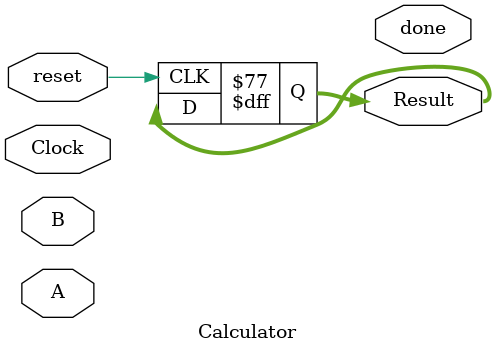
<source format=v>
module Calculator(
	input Clock,
	input reset,
	input [143:0] A, 
	input [143:0] B,
	output reg[143:0] Result,
	output reg done
);
	reg [15:0] A1 [2:0][2:0];
	reg [15:0] B1 [2:0][2:0];
	reg [15:0] Res1 [2:0][2:0];
	reg finish;
	reg init;
	integer i,j,k;
	
	always@ (posedge reset)
	begin
		if(reset == 1)begin
			i = 0;
			j = 0;
			k = 0;
			init = 1;
			finish = 0;
			for(i=0;i<=2;i=i+1) begin
				for(j=0;j<=2;j=j+1) begin
					A1[i][j] = 16'd0;
					B1[i][j] = 16'd0;
					Res1[i][j] = 16'd0;
            	end 
        	end 
		end

		else if(finish ==0)begin
			if(init ==1)begin
				for(i=0;i<=2;i=i+1) begin
                    for(j=0;j<=2;j=j+1) begin
                        A1[i][j] = A[(i*3+j)*16 +:16];
                        B1[i][j] = B[(i*3+j)*16 +:16];
                        Res1[i][j] = 16'd0;
                    end 
                end
				init = 0;
				i=0; 
				j=0; 
				k=0;
			end
			else if(finish == 0) begin
				Res1[i][j] = Res1[i][j] + A1[i][k]*B1[k][j];
				if(k == 2) begin
                    k = 0;
                    if(j == 2) begin
                        j = 0;
                        if (i == 2) begin
                            i = 0;
                            finish = 1;
                        end
                        else
                            i = i + 1;
                    end
                    else
                        j = j+1;    
                end
                else
                    k = k+1;
			end
			else if(finish ==1)begin
				for(i=0;i<=2;i=i+1) begin   
                    for(j=0;j<=2;j=j+1) begin 
                        Result[(i*3+j)*16 +:16] = Res1[i][j];
                    end
                end
			end
		end
	end

endmodule
</source>
